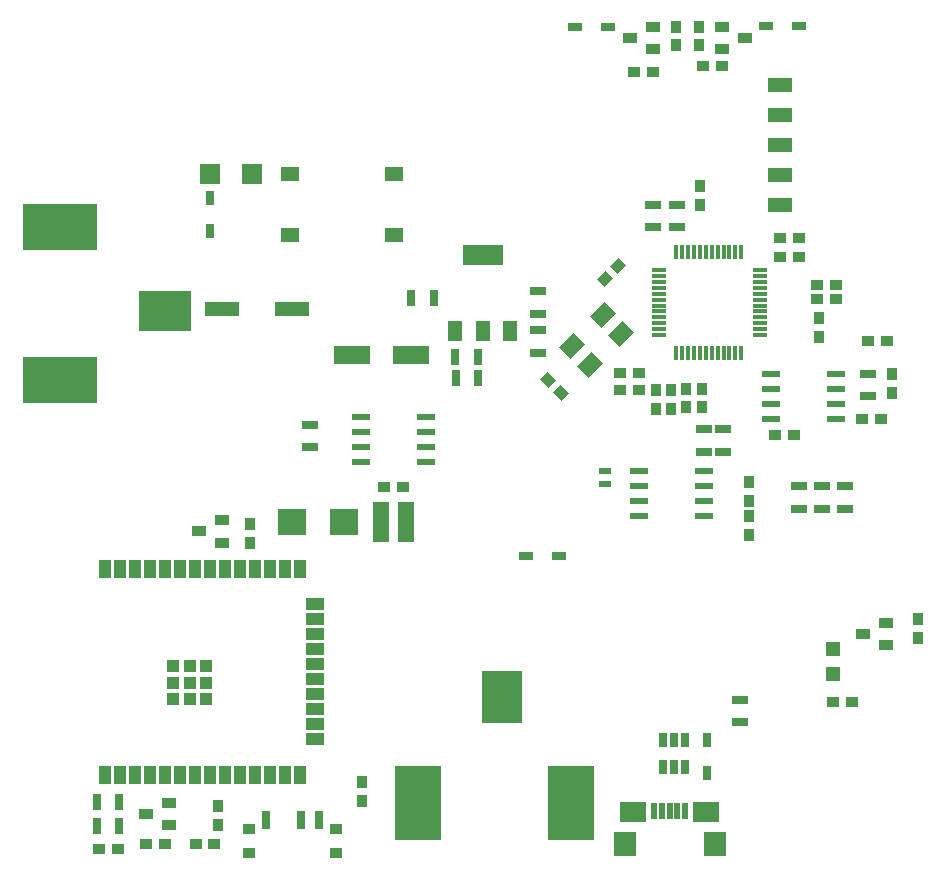
<source format=gtp>
G04*
G04 #@! TF.GenerationSoftware,Altium Limited,Altium Designer,23.3.1 (30)*
G04*
G04 Layer_Color=13010237*
%FSLAX25Y25*%
%MOIN*%
G70*
G04*
G04 #@! TF.SameCoordinates,F1967EA3-8312-49A4-A2FB-0AE49F0FF499*
G04*
G04*
G04 #@! TF.FilePolarity,Positive*
G04*
G01*
G75*
%ADD19R,0.17717X0.13386*%
%ADD20R,0.24803X0.15748*%
%ADD21R,0.03494X0.04194*%
%ADD22R,0.04724X0.03543*%
%ADD23R,0.04194X0.03494*%
%ADD24R,0.03937X0.06299*%
%ADD25R,0.06299X0.03937*%
%ADD26R,0.03937X0.03937*%
%ADD27R,0.03937X0.03937*%
%ADD28R,0.05512X0.03150*%
%ADD29R,0.06299X0.02362*%
G04:AMPARAMS|DCode=30|XSize=66.93mil|YSize=53.15mil|CornerRadius=0mil|HoleSize=0mil|Usage=FLASHONLY|Rotation=225.000|XOffset=0mil|YOffset=0mil|HoleType=Round|Shape=Rectangle|*
%AMROTATEDRECTD30*
4,1,4,0.00487,0.04245,0.04245,0.00487,-0.00487,-0.04245,-0.04245,-0.00487,0.00487,0.04245,0.0*
%
%ADD30ROTATEDRECTD30*%

G04:AMPARAMS|DCode=31|XSize=34.94mil|YSize=41.94mil|CornerRadius=0mil|HoleSize=0mil|Usage=FLASHONLY|Rotation=45.000|XOffset=0mil|YOffset=0mil|HoleType=Round|Shape=Rectangle|*
%AMROTATEDRECTD31*
4,1,4,0.00248,-0.02718,-0.02718,0.00248,-0.00248,0.02718,0.02718,-0.00248,0.00248,-0.02718,0.0*
%
%ADD31ROTATEDRECTD31*%

%ADD32R,0.02756X0.05118*%
%ADD33R,0.01575X0.05118*%
%ADD34R,0.05118X0.01575*%
G04:AMPARAMS|DCode=35|XSize=34.94mil|YSize=41.94mil|CornerRadius=0mil|HoleSize=0mil|Usage=FLASHONLY|Rotation=315.000|XOffset=0mil|YOffset=0mil|HoleType=Round|Shape=Rectangle|*
%AMROTATEDRECTD35*
4,1,4,-0.02718,-0.00248,0.00248,0.02718,0.02718,0.00248,-0.00248,-0.02718,-0.02718,-0.00248,0.0*
%
%ADD35ROTATEDRECTD35*%

%ADD36R,0.08268X0.04724*%
%ADD37R,0.13386X0.17717*%
%ADD38R,0.15748X0.24803*%
%ADD39R,0.02559X0.04528*%
%ADD40R,0.03150X0.05512*%
%ADD41R,0.11811X0.05118*%
%ADD42R,0.05118X0.05118*%
%ADD43R,0.04528X0.02559*%
%ADD44R,0.07480X0.07874*%
%ADD45R,0.01968X0.05709*%
%ADD46R,0.08661X0.06693*%
%ADD47R,0.03150X0.06299*%
%ADD48R,0.04331X0.03543*%
%ADD49R,0.09252X0.08740*%
%ADD50R,0.06693X0.06693*%
%ADD51R,0.06496X0.05118*%
%ADD52R,0.05118X0.06693*%
%ADD53R,0.13386X0.06693*%
%ADD54R,0.12205X0.06299*%
%ADD55R,0.05512X0.13780*%
%ADD56R,0.04331X0.02362*%
D19*
X63583Y185236D02*
D03*
D20*
X28346Y162402D02*
D03*
Y213189D02*
D03*
D21*
X81102Y20276D02*
D03*
Y13976D02*
D03*
X241732Y220709D02*
D03*
Y227009D02*
D03*
X258268Y122047D02*
D03*
Y128347D02*
D03*
X281299Y183071D02*
D03*
Y176771D02*
D03*
X242323Y159449D02*
D03*
Y153149D02*
D03*
X314415Y76181D02*
D03*
Y82481D02*
D03*
X233858Y280118D02*
D03*
Y273818D02*
D03*
X305906Y157874D02*
D03*
Y164174D02*
D03*
X237205Y159449D02*
D03*
Y153149D02*
D03*
X227165Y159055D02*
D03*
Y152755D02*
D03*
X232087Y159055D02*
D03*
Y152755D02*
D03*
X258268Y110629D02*
D03*
Y116929D02*
D03*
X241339Y280118D02*
D03*
Y273818D02*
D03*
X129134Y22047D02*
D03*
Y28347D02*
D03*
X91732Y108071D02*
D03*
Y114371D02*
D03*
D22*
X64764Y13976D02*
D03*
Y21457D02*
D03*
X57087Y17717D02*
D03*
X296063Y77559D02*
D03*
X303740Y81299D02*
D03*
Y73819D02*
D03*
X226181Y272638D02*
D03*
Y280118D02*
D03*
X218504Y276378D02*
D03*
X249016Y280118D02*
D03*
Y272638D02*
D03*
X256693Y276378D02*
D03*
X74803Y111811D02*
D03*
X82480Y115551D02*
D03*
Y108071D02*
D03*
D23*
X57086Y7480D02*
D03*
X63386D02*
D03*
X287008Y189173D02*
D03*
X280708D02*
D03*
X287007Y194095D02*
D03*
X280708D02*
D03*
X292520Y55118D02*
D03*
X286221D02*
D03*
X242913Y266929D02*
D03*
X249213D02*
D03*
X219685Y264961D02*
D03*
X225985D02*
D03*
X274803Y203150D02*
D03*
X268503D02*
D03*
X274803Y209547D02*
D03*
X268503D02*
D03*
X273229Y144095D02*
D03*
X266929D02*
D03*
X303937Y175197D02*
D03*
X297637D02*
D03*
X301969Y149449D02*
D03*
X295669D02*
D03*
X221456Y164644D02*
D03*
X215156D02*
D03*
X215157Y159133D02*
D03*
X221457D02*
D03*
X73622Y7480D02*
D03*
X79922D02*
D03*
X41338Y5906D02*
D03*
X47638D02*
D03*
X136417Y126693D02*
D03*
X142717D02*
D03*
D24*
X43388Y30543D02*
D03*
X48388D02*
D03*
X53388D02*
D03*
X58388D02*
D03*
X63388D02*
D03*
X68388D02*
D03*
X73388D02*
D03*
X78388D02*
D03*
X83388D02*
D03*
X88388D02*
D03*
X93388D02*
D03*
X98388D02*
D03*
X103388D02*
D03*
X108388D02*
D03*
X43384Y99378D02*
D03*
X48384D02*
D03*
X53384D02*
D03*
X58384D02*
D03*
X63384D02*
D03*
X68384D02*
D03*
X73384D02*
D03*
X78384D02*
D03*
X83384D02*
D03*
X88384D02*
D03*
X93384D02*
D03*
X98384D02*
D03*
X103384D02*
D03*
X108384D02*
D03*
D25*
X113309Y42472D02*
D03*
D03*
Y47472D02*
D03*
Y52472D02*
D03*
Y57472D02*
D03*
Y62472D02*
D03*
Y67472D02*
D03*
Y72472D02*
D03*
Y77472D02*
D03*
Y82472D02*
D03*
Y87472D02*
D03*
D26*
X77165Y66929D02*
D03*
X66142D02*
D03*
Y61417D02*
D03*
Y55905D02*
D03*
X71653Y66929D02*
D03*
D27*
Y55905D02*
D03*
X77163Y61417D02*
D03*
X77165Y55905D02*
D03*
X71653Y61417D02*
D03*
D28*
X111811Y139941D02*
D03*
Y147421D02*
D03*
X289961Y126909D02*
D03*
Y119429D02*
D03*
X282480Y126909D02*
D03*
Y119429D02*
D03*
X274803Y126909D02*
D03*
Y119429D02*
D03*
X255118Y55709D02*
D03*
Y48228D02*
D03*
X234055Y213228D02*
D03*
Y220709D02*
D03*
X226181Y220709D02*
D03*
Y213228D02*
D03*
X297638Y156969D02*
D03*
Y164449D02*
D03*
X243110Y145866D02*
D03*
Y138386D02*
D03*
X249410Y138386D02*
D03*
Y145866D02*
D03*
X187795Y171457D02*
D03*
Y178937D02*
D03*
Y191929D02*
D03*
Y184449D02*
D03*
D29*
X221457Y131909D02*
D03*
Y126909D02*
D03*
Y121909D02*
D03*
Y116909D02*
D03*
X243110D02*
D03*
Y121909D02*
D03*
Y126909D02*
D03*
Y131909D02*
D03*
X265354Y164449D02*
D03*
Y159449D02*
D03*
Y154449D02*
D03*
Y149449D02*
D03*
X287007D02*
D03*
Y154449D02*
D03*
Y159449D02*
D03*
Y164449D02*
D03*
X128740Y134941D02*
D03*
Y139941D02*
D03*
Y144941D02*
D03*
Y149941D02*
D03*
X150394D02*
D03*
Y144941D02*
D03*
Y139941D02*
D03*
Y134941D02*
D03*
D30*
X199071Y173503D02*
D03*
X209371Y183803D02*
D03*
X205196Y167378D02*
D03*
X215496Y177679D02*
D03*
D31*
X195535Y158009D02*
D03*
X191080Y162464D02*
D03*
D32*
X236811Y33268D02*
D03*
X233071D02*
D03*
X229331D02*
D03*
Y42323D02*
D03*
X233071D02*
D03*
X236811D02*
D03*
D33*
X233858Y204921D02*
D03*
X235827D02*
D03*
X237795D02*
D03*
X239764D02*
D03*
X241732D02*
D03*
X243701D02*
D03*
X245669D02*
D03*
X247638D02*
D03*
X249606D02*
D03*
X251575D02*
D03*
X253543D02*
D03*
X255512D02*
D03*
Y171457D02*
D03*
X253543D02*
D03*
X251575D02*
D03*
X249606D02*
D03*
X247638D02*
D03*
X245669D02*
D03*
X243701D02*
D03*
X241732D02*
D03*
X239764D02*
D03*
X237795D02*
D03*
X235827D02*
D03*
X233858D02*
D03*
D34*
X261723Y198917D02*
D03*
Y196949D02*
D03*
Y194980D02*
D03*
Y193012D02*
D03*
Y191043D02*
D03*
Y189075D02*
D03*
Y187106D02*
D03*
Y185137D02*
D03*
Y183169D02*
D03*
Y181201D02*
D03*
Y179232D02*
D03*
Y177263D02*
D03*
X228259D02*
D03*
Y179232D02*
D03*
Y181201D02*
D03*
Y183169D02*
D03*
Y185137D02*
D03*
Y187106D02*
D03*
Y189075D02*
D03*
Y191043D02*
D03*
Y193012D02*
D03*
Y194980D02*
D03*
Y196949D02*
D03*
Y198917D02*
D03*
D03*
D35*
X214432Y200259D02*
D03*
X209977Y195804D02*
D03*
D36*
X268503Y220709D02*
D03*
Y230709D02*
D03*
Y240709D02*
D03*
Y250709D02*
D03*
Y260709D02*
D03*
D37*
X175787Y56496D02*
D03*
D38*
X198622Y21260D02*
D03*
X147835D02*
D03*
D39*
X244094Y42323D02*
D03*
Y31299D02*
D03*
X78347Y211811D02*
D03*
Y222835D02*
D03*
D40*
X160433Y162992D02*
D03*
X167913D02*
D03*
X145473Y189764D02*
D03*
X152953D02*
D03*
X167717Y170079D02*
D03*
X160236D02*
D03*
X40632Y21654D02*
D03*
X48112D02*
D03*
Y13780D02*
D03*
X40632D02*
D03*
D41*
X105905Y185827D02*
D03*
X82284D02*
D03*
D42*
X286221Y72638D02*
D03*
Y64370D02*
D03*
D43*
X200236Y280118D02*
D03*
X211260D02*
D03*
X194882Y103740D02*
D03*
X183858D02*
D03*
X274803Y280315D02*
D03*
X263779D02*
D03*
D44*
X246654Y7480D02*
D03*
X216732D02*
D03*
D45*
X231693Y18701D02*
D03*
X226575D02*
D03*
X229134D02*
D03*
X234252D02*
D03*
X236811D02*
D03*
D46*
X219488Y18189D02*
D03*
X243898Y18189D02*
D03*
D47*
X97047Y15551D02*
D03*
X108858D02*
D03*
X114764D02*
D03*
D48*
X120276Y12598D02*
D03*
X91535D02*
D03*
Y4724D02*
D03*
X120276D02*
D03*
D49*
X105905Y114882D02*
D03*
X123110D02*
D03*
D50*
X92520Y231122D02*
D03*
X78347D02*
D03*
D51*
X105118Y210610D02*
D03*
Y231122D02*
D03*
X139764Y210610D02*
D03*
X139764Y231122D02*
D03*
D52*
X160236Y178740D02*
D03*
X169291D02*
D03*
X178347D02*
D03*
D53*
X169291Y203937D02*
D03*
D54*
X125787Y170787D02*
D03*
X145473D02*
D03*
D55*
X143701Y114882D02*
D03*
X135433D02*
D03*
D56*
X210236Y127579D02*
D03*
Y131909D02*
D03*
M02*

</source>
